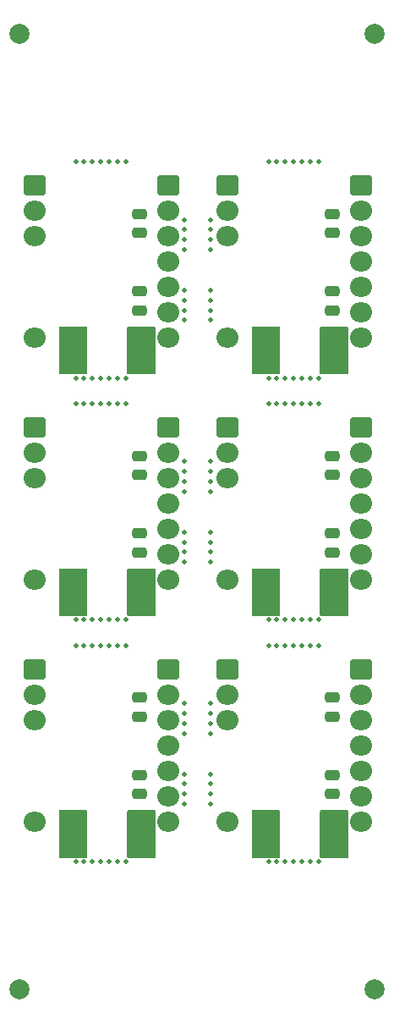
<source format=gbr>
%TF.GenerationSoftware,KiCad,Pcbnew,8.0.4*%
%TF.CreationDate,2024-09-15T22:50:30-03:00*%
%TF.ProjectId,panelized_TA65,70616e65-6c69-47a6-9564-5f544136352e,rev?*%
%TF.SameCoordinates,Original*%
%TF.FileFunction,Soldermask,Bot*%
%TF.FilePolarity,Negative*%
%FSLAX46Y46*%
G04 Gerber Fmt 4.6, Leading zero omitted, Abs format (unit mm)*
G04 Created by KiCad (PCBNEW 8.0.4) date 2024-09-15 22:50:30*
%MOMM*%
%LPD*%
G01*
G04 APERTURE LIST*
G04 Aperture macros list*
%AMRoundRect*
0 Rectangle with rounded corners*
0 $1 Rounding radius*
0 $2 $3 $4 $5 $6 $7 $8 $9 X,Y pos of 4 corners*
0 Add a 4 corners polygon primitive as box body*
4,1,4,$2,$3,$4,$5,$6,$7,$8,$9,$2,$3,0*
0 Add four circle primitives for the rounded corners*
1,1,$1+$1,$2,$3*
1,1,$1+$1,$4,$5*
1,1,$1+$1,$6,$7*
1,1,$1+$1,$8,$9*
0 Add four rect primitives between the rounded corners*
20,1,$1+$1,$2,$3,$4,$5,0*
20,1,$1+$1,$4,$5,$6,$7,0*
20,1,$1+$1,$6,$7,$8,$9,0*
20,1,$1+$1,$8,$9,$2,$3,0*%
G04 Aperture macros list end*
%ADD10C,0.500000*%
%ADD11C,2.000000*%
%ADD12RoundRect,0.250000X0.475000X-0.250000X0.475000X0.250000X-0.475000X0.250000X-0.475000X-0.250000X0*%
%ADD13RoundRect,0.250000X0.850000X0.750000X-0.850000X0.750000X-0.850000X-0.750000X0.850000X-0.750000X0*%
%ADD14O,2.200000X2.000000*%
G04 APERTURE END LIST*
D10*
%TO.C,KiKit_MB_3_5*%
X139683333Y-32800500D03*
%TD*%
%TO.C,KiKit_MB_9_3*%
X147200000Y-64767166D03*
%TD*%
%TO.C,KiKit_MB_6_3*%
X149800000Y-46633833D03*
%TD*%
%TO.C,KiKit_MB_22_3*%
X149800000Y-95033833D03*
%TD*%
%TO.C,KiKit_MB_10_4*%
X147200000Y-72833833D03*
%TD*%
%TO.C,KiKit_MB_3_1*%
X136350000Y-32800500D03*
%TD*%
%TO.C,KiKit_MB_16_6*%
X156483333Y-78600500D03*
%TD*%
%TO.C,KiKit_MB_13_1*%
X149800000Y-65767166D03*
%TD*%
%TO.C,KiKit_MB_20_5*%
X138016667Y-102800500D03*
%TD*%
%TO.C,KiKit_MB_8_4*%
X158150000Y-54400500D03*
%TD*%
%TO.C,KiKit_MB_4_5*%
X138016667Y-54400500D03*
%TD*%
%TO.C,KiKit_MB_20_7*%
X136350000Y-102800500D03*
%TD*%
%TO.C,KiKit_MB_14_1*%
X149800000Y-72833833D03*
%TD*%
%TO.C,KiKit_MB_12_3*%
X139683333Y-78600500D03*
%TD*%
%TO.C,KiKit_MB_17_3*%
X147200000Y-88967166D03*
%TD*%
%TO.C,KiKit_MB_16_2*%
X159816666Y-78600500D03*
%TD*%
%TO.C,KiKit_MB_23_1*%
X155650000Y-81200500D03*
%TD*%
%TO.C,KiKit_MB_16_1*%
X160650000Y-78600500D03*
%TD*%
%TO.C,KiKit_MB_7_4*%
X158150000Y-32800500D03*
%TD*%
%TO.C,KiKit_MB_10_2*%
X147200000Y-70833833D03*
%TD*%
%TO.C,KiKit_MB_7_5*%
X158983333Y-32800500D03*
%TD*%
%TO.C,KiKit_MB_16_5*%
X157316666Y-78600500D03*
%TD*%
%TO.C,KiKit_MB_4_4*%
X138850000Y-54400500D03*
%TD*%
%TO.C,KiKit_MB_6_1*%
X149800000Y-48633833D03*
%TD*%
%TO.C,KiKit_MB_9_1*%
X147200000Y-62767166D03*
%TD*%
%TO.C,KiKit_MB_19_5*%
X139683333Y-81200500D03*
%TD*%
%TO.C,KiKit_MB_7_6*%
X159816666Y-32800500D03*
%TD*%
%TO.C,KiKit_MB_11_1*%
X136350000Y-57000500D03*
%TD*%
%TO.C,KiKit_MB_12_4*%
X138850000Y-78600500D03*
%TD*%
%TO.C,KiKit_MB_20_1*%
X141350000Y-102800500D03*
%TD*%
%TO.C,KiKit_MB_10_1*%
X147200000Y-69833833D03*
%TD*%
%TO.C,KiKit_MB_17_2*%
X147200000Y-87967166D03*
%TD*%
%TO.C,KiKit_MB_1_4*%
X147200000Y-41567167D03*
%TD*%
%TO.C,KiKit_MB_13_3*%
X149800000Y-63767166D03*
%TD*%
%TO.C,KiKit_MB_14_2*%
X149800000Y-71833833D03*
%TD*%
%TO.C,KiKit_MB_2_3*%
X147200000Y-47633833D03*
%TD*%
%TO.C,KiKit_MB_7_7*%
X160650000Y-32800500D03*
%TD*%
%TO.C,KiKit_MB_1_3*%
X147200000Y-40567167D03*
%TD*%
%TO.C,KiKit_MB_18_4*%
X147200000Y-97033833D03*
%TD*%
%TO.C,KiKit_MB_7_2*%
X156483333Y-32800500D03*
%TD*%
%TO.C,KiKit_MB_5_3*%
X149800000Y-39567167D03*
%TD*%
%TO.C,KiKit_MB_23_6*%
X159816666Y-81200500D03*
%TD*%
%TO.C,KiKit_MB_22_1*%
X149800000Y-97033833D03*
%TD*%
%TO.C,KiKit_MB_13_4*%
X149800000Y-62767166D03*
%TD*%
%TO.C,KiKit_MB_16_3*%
X158983333Y-78600500D03*
%TD*%
%TO.C,KiKit_MB_3_4*%
X138850000Y-32800500D03*
%TD*%
%TO.C,KiKit_MB_6_4*%
X149800000Y-45633833D03*
%TD*%
%TO.C,KiKit_MB_16_7*%
X155650000Y-78600500D03*
%TD*%
%TO.C,KiKit_MB_24_6*%
X156483333Y-102800500D03*
%TD*%
D11*
%TO.C,KiKit_TO_2*%
X166300000Y-20000000D03*
%TD*%
D10*
%TO.C,KiKit_MB_19_6*%
X140516666Y-81200500D03*
%TD*%
%TO.C,KiKit_MB_3_3*%
X138016667Y-32800500D03*
%TD*%
%TO.C,KiKit_MB_8_1*%
X160650000Y-54400500D03*
%TD*%
%TO.C,KiKit_MB_7_1*%
X155650000Y-32800500D03*
%TD*%
%TO.C,KiKit_MB_15_3*%
X157316666Y-57000500D03*
%TD*%
%TO.C,KiKit_MB_21_1*%
X149800000Y-89967166D03*
%TD*%
%TO.C,KiKit_MB_20_6*%
X137183334Y-102800500D03*
%TD*%
%TO.C,KiKit_MB_17_1*%
X147200000Y-86967166D03*
%TD*%
%TO.C,KiKit_MB_8_5*%
X157316666Y-54400500D03*
%TD*%
%TO.C,KiKit_MB_7_3*%
X157316666Y-32800500D03*
%TD*%
%TO.C,KiKit_MB_4_7*%
X136350000Y-54400500D03*
%TD*%
%TO.C,KiKit_MB_8_3*%
X158983333Y-54400500D03*
%TD*%
%TO.C,KiKit_MB_21_4*%
X149800000Y-86967166D03*
%TD*%
%TO.C,KiKit_MB_20_4*%
X138850000Y-102800500D03*
%TD*%
%TO.C,KiKit_MB_8_7*%
X155650000Y-54400500D03*
%TD*%
%TO.C,KiKit_MB_23_3*%
X157316666Y-81200500D03*
%TD*%
%TO.C,KiKit_MB_14_4*%
X149800000Y-69833833D03*
%TD*%
%TO.C,KiKit_MB_3_2*%
X137183334Y-32800500D03*
%TD*%
%TO.C,KiKit_MB_12_1*%
X141350000Y-78600500D03*
%TD*%
%TO.C,KiKit_MB_18_1*%
X147200000Y-94033833D03*
%TD*%
%TO.C,KiKit_MB_23_7*%
X160650000Y-81200500D03*
%TD*%
%TO.C,KiKit_MB_14_3*%
X149800000Y-70833833D03*
%TD*%
D11*
%TO.C,KiKit_TO_4*%
X166300000Y-115601500D03*
%TD*%
D10*
%TO.C,KiKit_MB_3_6*%
X140516666Y-32800500D03*
%TD*%
%TO.C,KiKit_MB_20_3*%
X139683333Y-102800500D03*
%TD*%
%TO.C,KiKit_MB_3_7*%
X141350000Y-32800500D03*
%TD*%
%TO.C,KiKit_MB_1_1*%
X147200000Y-38567167D03*
%TD*%
%TO.C,KiKit_MB_15_6*%
X159816666Y-57000500D03*
%TD*%
%TO.C,KiKit_MB_19_4*%
X138850000Y-81200500D03*
%TD*%
%TO.C,KiKit_MB_24_2*%
X159816666Y-102800500D03*
%TD*%
%TO.C,KiKit_MB_23_2*%
X156483333Y-81200500D03*
%TD*%
%TO.C,KiKit_MB_4_6*%
X137183334Y-54400500D03*
%TD*%
%TO.C,KiKit_MB_22_4*%
X149800000Y-94033833D03*
%TD*%
%TO.C,KiKit_MB_11_7*%
X141350000Y-57000500D03*
%TD*%
%TO.C,KiKit_MB_9_4*%
X147200000Y-65767166D03*
%TD*%
%TO.C,KiKit_MB_11_6*%
X140516666Y-57000500D03*
%TD*%
%TO.C,KiKit_MB_6_2*%
X149800000Y-47633833D03*
%TD*%
%TO.C,KiKit_MB_24_4*%
X158150000Y-102800500D03*
%TD*%
%TO.C,KiKit_MB_13_2*%
X149800000Y-64767166D03*
%TD*%
%TO.C,KiKit_MB_2_4*%
X147200000Y-48633833D03*
%TD*%
%TO.C,KiKit_MB_5_2*%
X149800000Y-40567167D03*
%TD*%
%TO.C,KiKit_MB_10_3*%
X147200000Y-71833833D03*
%TD*%
%TO.C,KiKit_MB_15_4*%
X158150000Y-57000500D03*
%TD*%
%TO.C,KiKit_MB_8_2*%
X159816666Y-54400500D03*
%TD*%
%TO.C,KiKit_MB_2_1*%
X147200000Y-45633833D03*
%TD*%
%TO.C,KiKit_MB_2_2*%
X147200000Y-46633833D03*
%TD*%
%TO.C,KiKit_MB_4_1*%
X141350000Y-54400500D03*
%TD*%
%TO.C,KiKit_MB_11_4*%
X138850000Y-57000500D03*
%TD*%
%TO.C,KiKit_MB_11_3*%
X138016667Y-57000500D03*
%TD*%
%TO.C,KiKit_MB_4_3*%
X139683333Y-54400500D03*
%TD*%
%TO.C,KiKit_MB_1_2*%
X147200000Y-39567167D03*
%TD*%
D11*
%TO.C,KiKit_TO_3*%
X130700000Y-115601500D03*
%TD*%
D10*
%TO.C,KiKit_MB_18_2*%
X147200000Y-95033833D03*
%TD*%
%TO.C,KiKit_MB_15_2*%
X156483333Y-57000500D03*
%TD*%
%TO.C,KiKit_MB_15_5*%
X158983333Y-57000500D03*
%TD*%
%TO.C,KiKit_MB_19_2*%
X137183334Y-81200500D03*
%TD*%
%TO.C,KiKit_MB_17_4*%
X147200000Y-89967166D03*
%TD*%
%TO.C,KiKit_MB_12_2*%
X140516666Y-78600500D03*
%TD*%
%TO.C,KiKit_MB_11_2*%
X137183334Y-57000500D03*
%TD*%
%TO.C,KiKit_MB_19_1*%
X136350000Y-81200500D03*
%TD*%
%TO.C,KiKit_MB_8_6*%
X156483333Y-54400500D03*
%TD*%
%TO.C,KiKit_MB_20_2*%
X140516666Y-102800500D03*
%TD*%
%TO.C,KiKit_MB_24_3*%
X158983333Y-102800500D03*
%TD*%
%TO.C,KiKit_MB_23_5*%
X158983333Y-81200500D03*
%TD*%
%TO.C,KiKit_MB_24_1*%
X160650000Y-102800500D03*
%TD*%
%TO.C,KiKit_MB_12_7*%
X136350000Y-78600500D03*
%TD*%
%TO.C,KiKit_MB_16_4*%
X158150000Y-78600500D03*
%TD*%
%TO.C,KiKit_MB_5_1*%
X149800000Y-41567167D03*
%TD*%
%TO.C,KiKit_MB_9_2*%
X147200000Y-63767166D03*
%TD*%
%TO.C,KiKit_MB_4_2*%
X140516666Y-54400500D03*
%TD*%
%TO.C,KiKit_MB_15_7*%
X160650000Y-57000500D03*
%TD*%
%TO.C,KiKit_MB_12_5*%
X138016667Y-78600500D03*
%TD*%
%TO.C,KiKit_MB_24_5*%
X157316666Y-102800500D03*
%TD*%
%TO.C,KiKit_MB_21_3*%
X149800000Y-87967166D03*
%TD*%
%TO.C,KiKit_MB_11_5*%
X139683333Y-57000500D03*
%TD*%
%TO.C,KiKit_MB_22_2*%
X149800000Y-96033833D03*
%TD*%
%TO.C,KiKit_MB_15_1*%
X155650000Y-57000500D03*
%TD*%
%TO.C,KiKit_MB_23_4*%
X158150000Y-81200500D03*
%TD*%
%TO.C,KiKit_MB_24_7*%
X155650000Y-102800500D03*
%TD*%
%TO.C,KiKit_MB_21_2*%
X149800000Y-88967166D03*
%TD*%
D11*
%TO.C,KiKit_TO_1*%
X130700000Y-20000000D03*
%TD*%
D10*
%TO.C,KiKit_MB_12_6*%
X137183334Y-78600500D03*
%TD*%
%TO.C,KiKit_MB_5_4*%
X149800000Y-38567167D03*
%TD*%
%TO.C,KiKit_MB_19_7*%
X141350000Y-81200500D03*
%TD*%
%TO.C,KiKit_MB_18_3*%
X147200000Y-96033833D03*
%TD*%
%TO.C,KiKit_MB_19_3*%
X138016667Y-81200500D03*
%TD*%
D12*
%TO.C,C2*%
X142750000Y-47650500D03*
X142750000Y-45750500D03*
%TD*%
D13*
%TO.C,J2*%
X164900000Y-83550500D03*
D14*
X164900000Y-86090500D03*
X164900000Y-88630500D03*
X164900000Y-91170500D03*
X164900000Y-93710500D03*
X164900000Y-96250500D03*
X164900000Y-98790500D03*
%TD*%
D13*
%TO.C,J1*%
X132200000Y-35150500D03*
D14*
X132200000Y-37690500D03*
X132200000Y-40230500D03*
X132200000Y-50390500D03*
%TD*%
D12*
%TO.C,C1*%
X162050000Y-64100500D03*
X162050000Y-62200500D03*
%TD*%
D13*
%TO.C,J2*%
X164900000Y-59350500D03*
D14*
X164900000Y-61890500D03*
X164900000Y-64430500D03*
X164900000Y-66970500D03*
X164900000Y-69510500D03*
X164900000Y-72050500D03*
X164900000Y-74590500D03*
%TD*%
D12*
%TO.C,C2*%
X162050000Y-71850500D03*
X162050000Y-69950500D03*
%TD*%
D13*
%TO.C,J2*%
X164900000Y-35150500D03*
D14*
X164900000Y-37690500D03*
X164900000Y-40230500D03*
X164900000Y-42770500D03*
X164900000Y-45310500D03*
X164900000Y-47850500D03*
X164900000Y-50390500D03*
%TD*%
D13*
%TO.C,J2*%
X145600000Y-83550500D03*
D14*
X145600000Y-86090500D03*
X145600000Y-88630500D03*
X145600000Y-91170500D03*
X145600000Y-93710500D03*
X145600000Y-96250500D03*
X145600000Y-98790500D03*
%TD*%
D12*
%TO.C,C2*%
X162050000Y-96050500D03*
X162050000Y-94150500D03*
%TD*%
%TO.C,C2*%
X162050000Y-47650500D03*
X162050000Y-45750500D03*
%TD*%
D13*
%TO.C,J1*%
X132200000Y-59350500D03*
D14*
X132200000Y-61890500D03*
X132200000Y-64430500D03*
X132200000Y-74590500D03*
%TD*%
D12*
%TO.C,C1*%
X142750000Y-39900500D03*
X142750000Y-38000500D03*
%TD*%
%TO.C,C2*%
X142750000Y-96050500D03*
X142750000Y-94150500D03*
%TD*%
D13*
%TO.C,J2*%
X145600000Y-59350500D03*
D14*
X145600000Y-61890500D03*
X145600000Y-64430500D03*
X145600000Y-66970500D03*
X145600000Y-69510500D03*
X145600000Y-72050500D03*
X145600000Y-74590500D03*
%TD*%
D13*
%TO.C,J1*%
X132200000Y-83550500D03*
D14*
X132200000Y-86090500D03*
X132200000Y-88630500D03*
X132200000Y-98790500D03*
%TD*%
D13*
%TO.C,J1*%
X151500000Y-59350500D03*
D14*
X151500000Y-61890500D03*
X151500000Y-64430500D03*
X151500000Y-74590500D03*
%TD*%
D13*
%TO.C,J1*%
X151500000Y-35150500D03*
D14*
X151500000Y-37690500D03*
X151500000Y-40230500D03*
X151500000Y-50390500D03*
%TD*%
D12*
%TO.C,C1*%
X142750000Y-88300500D03*
X142750000Y-86400500D03*
%TD*%
D13*
%TO.C,J1*%
X151500000Y-83550500D03*
D14*
X151500000Y-86090500D03*
X151500000Y-88630500D03*
X151500000Y-98790500D03*
%TD*%
D13*
%TO.C,J2*%
X145600000Y-35150500D03*
D14*
X145600000Y-37690500D03*
X145600000Y-40230500D03*
X145600000Y-42770500D03*
X145600000Y-45310500D03*
X145600000Y-47850500D03*
X145600000Y-50390500D03*
%TD*%
D12*
%TO.C,C2*%
X142750000Y-71850500D03*
X142750000Y-69950500D03*
%TD*%
%TO.C,C1*%
X162050000Y-39900500D03*
X162050000Y-38000500D03*
%TD*%
%TO.C,C1*%
X142750000Y-64100500D03*
X142750000Y-62200500D03*
%TD*%
%TO.C,C1*%
X162050000Y-88300500D03*
X162050000Y-86400500D03*
%TD*%
G36*
X156743039Y-73470185D02*
G01*
X156788794Y-73522989D01*
X156800000Y-73574500D01*
X156800000Y-78126500D01*
X156780315Y-78193539D01*
X156727511Y-78239294D01*
X156676000Y-78250500D01*
X154074000Y-78250500D01*
X154006961Y-78230815D01*
X153961206Y-78178011D01*
X153950000Y-78126500D01*
X153950000Y-73574500D01*
X153969685Y-73507461D01*
X154022489Y-73461706D01*
X154074000Y-73450500D01*
X156676000Y-73450500D01*
X156743039Y-73470185D01*
G37*
G36*
X163593039Y-97670185D02*
G01*
X163638794Y-97722989D01*
X163650000Y-97774500D01*
X163650000Y-102326500D01*
X163630315Y-102393539D01*
X163577511Y-102439294D01*
X163526000Y-102450500D01*
X160924000Y-102450500D01*
X160856961Y-102430815D01*
X160811206Y-102378011D01*
X160800000Y-102326500D01*
X160800000Y-97774500D01*
X160819685Y-97707461D01*
X160872489Y-97661706D01*
X160924000Y-97650500D01*
X163526000Y-97650500D01*
X163593039Y-97670185D01*
G37*
G36*
X156743039Y-97670185D02*
G01*
X156788794Y-97722989D01*
X156800000Y-97774500D01*
X156800000Y-102326500D01*
X156780315Y-102393539D01*
X156727511Y-102439294D01*
X156676000Y-102450500D01*
X154074000Y-102450500D01*
X154006961Y-102430815D01*
X153961206Y-102378011D01*
X153950000Y-102326500D01*
X153950000Y-97774500D01*
X153969685Y-97707461D01*
X154022489Y-97661706D01*
X154074000Y-97650500D01*
X156676000Y-97650500D01*
X156743039Y-97670185D01*
G37*
G36*
X144293039Y-49270185D02*
G01*
X144338794Y-49322989D01*
X144350000Y-49374500D01*
X144350000Y-53926500D01*
X144330315Y-53993539D01*
X144277511Y-54039294D01*
X144226000Y-54050500D01*
X141624000Y-54050500D01*
X141556961Y-54030815D01*
X141511206Y-53978011D01*
X141500000Y-53926500D01*
X141500000Y-49374500D01*
X141519685Y-49307461D01*
X141572489Y-49261706D01*
X141624000Y-49250500D01*
X144226000Y-49250500D01*
X144293039Y-49270185D01*
G37*
G36*
X163593039Y-73470185D02*
G01*
X163638794Y-73522989D01*
X163650000Y-73574500D01*
X163650000Y-78126500D01*
X163630315Y-78193539D01*
X163577511Y-78239294D01*
X163526000Y-78250500D01*
X160924000Y-78250500D01*
X160856961Y-78230815D01*
X160811206Y-78178011D01*
X160800000Y-78126500D01*
X160800000Y-73574500D01*
X160819685Y-73507461D01*
X160872489Y-73461706D01*
X160924000Y-73450500D01*
X163526000Y-73450500D01*
X163593039Y-73470185D01*
G37*
G36*
X144293039Y-73470185D02*
G01*
X144338794Y-73522989D01*
X144350000Y-73574500D01*
X144350000Y-78126500D01*
X144330315Y-78193539D01*
X144277511Y-78239294D01*
X144226000Y-78250500D01*
X141624000Y-78250500D01*
X141556961Y-78230815D01*
X141511206Y-78178011D01*
X141500000Y-78126500D01*
X141500000Y-73574500D01*
X141519685Y-73507461D01*
X141572489Y-73461706D01*
X141624000Y-73450500D01*
X144226000Y-73450500D01*
X144293039Y-73470185D01*
G37*
G36*
X137443039Y-49270185D02*
G01*
X137488794Y-49322989D01*
X137500000Y-49374500D01*
X137500000Y-53926500D01*
X137480315Y-53993539D01*
X137427511Y-54039294D01*
X137376000Y-54050500D01*
X134774000Y-54050500D01*
X134706961Y-54030815D01*
X134661206Y-53978011D01*
X134650000Y-53926500D01*
X134650000Y-49374500D01*
X134669685Y-49307461D01*
X134722489Y-49261706D01*
X134774000Y-49250500D01*
X137376000Y-49250500D01*
X137443039Y-49270185D01*
G37*
G36*
X144293039Y-97670185D02*
G01*
X144338794Y-97722989D01*
X144350000Y-97774500D01*
X144350000Y-102326500D01*
X144330315Y-102393539D01*
X144277511Y-102439294D01*
X144226000Y-102450500D01*
X141624000Y-102450500D01*
X141556961Y-102430815D01*
X141511206Y-102378011D01*
X141500000Y-102326500D01*
X141500000Y-97774500D01*
X141519685Y-97707461D01*
X141572489Y-97661706D01*
X141624000Y-97650500D01*
X144226000Y-97650500D01*
X144293039Y-97670185D01*
G37*
G36*
X137443039Y-73470185D02*
G01*
X137488794Y-73522989D01*
X137500000Y-73574500D01*
X137500000Y-78126500D01*
X137480315Y-78193539D01*
X137427511Y-78239294D01*
X137376000Y-78250500D01*
X134774000Y-78250500D01*
X134706961Y-78230815D01*
X134661206Y-78178011D01*
X134650000Y-78126500D01*
X134650000Y-73574500D01*
X134669685Y-73507461D01*
X134722489Y-73461706D01*
X134774000Y-73450500D01*
X137376000Y-73450500D01*
X137443039Y-73470185D01*
G37*
G36*
X156743039Y-49270185D02*
G01*
X156788794Y-49322989D01*
X156800000Y-49374500D01*
X156800000Y-53926500D01*
X156780315Y-53993539D01*
X156727511Y-54039294D01*
X156676000Y-54050500D01*
X154074000Y-54050500D01*
X154006961Y-54030815D01*
X153961206Y-53978011D01*
X153950000Y-53926500D01*
X153950000Y-49374500D01*
X153969685Y-49307461D01*
X154022489Y-49261706D01*
X154074000Y-49250500D01*
X156676000Y-49250500D01*
X156743039Y-49270185D01*
G37*
G36*
X163593039Y-49270185D02*
G01*
X163638794Y-49322989D01*
X163650000Y-49374500D01*
X163650000Y-53926500D01*
X163630315Y-53993539D01*
X163577511Y-54039294D01*
X163526000Y-54050500D01*
X160924000Y-54050500D01*
X160856961Y-54030815D01*
X160811206Y-53978011D01*
X160800000Y-53926500D01*
X160800000Y-49374500D01*
X160819685Y-49307461D01*
X160872489Y-49261706D01*
X160924000Y-49250500D01*
X163526000Y-49250500D01*
X163593039Y-49270185D01*
G37*
G36*
X137443039Y-97670185D02*
G01*
X137488794Y-97722989D01*
X137500000Y-97774500D01*
X137500000Y-102326500D01*
X137480315Y-102393539D01*
X137427511Y-102439294D01*
X137376000Y-102450500D01*
X134774000Y-102450500D01*
X134706961Y-102430815D01*
X134661206Y-102378011D01*
X134650000Y-102326500D01*
X134650000Y-97774500D01*
X134669685Y-97707461D01*
X134722489Y-97661706D01*
X134774000Y-97650500D01*
X137376000Y-97650500D01*
X137443039Y-97670185D01*
G37*
M02*

</source>
